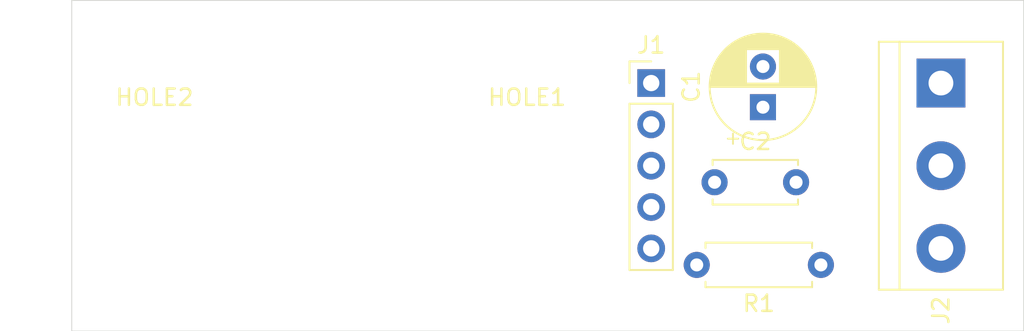
<source format=kicad_pcb>
(kicad_pcb (version 20241229) (generator "pcbnew") (generator_version "9.0")
  (layers (0 "F.Cu" signal) (2 "B.Cu" signal) (13 "F.Paste" user) (15 "B.Paste" user) (5 "F.SilkS" user "F.Silkscreen") (7 "B.SilkS" user "B.Silkscreen") (1 "F.Mask" user) (3 "B.Mask" user) (25 "Edge.Cuts" user))
  (net 0 "")
  (net 1 "GND")
  (net 2 "Net-(J1-Pin_4)")
  (net 3 "Net-(J1-Pin_5)")
  (net 5 "DOUT")
  (net 6 "VCC")
  (footprint "Resistor_THT:R_Axial_DIN0207_L6.3mm_D2.5mm_P7.62mm_Horizontal" (layer "F.Cu") (at 170.434 87.376 180)
    (property "Reference" "R1" (at 3.81 -2.37 0) (layer "F.SilkS"))
    (property "Value" "10k")
    (fp_line (start 7.08 1.37) (end 7.08 1.04) (stroke (width 0.12)) (layer "F.SilkS"))
    (fp_line (start 7.08 -1.37) (end 7.08 -1.04) (stroke (width 0.12)) (layer "F.SilkS"))
    (fp_line (start 0.54 1.37) (end 7.08 1.37) (stroke (width 0.12)) (layer "F.SilkS"))
    (fp_line (start 0.54 1.04) (end 0.54 1.37) (stroke (width 0.12)) (layer "F.SilkS"))
    (fp_line (start 0.54 -1.04) (end 0.54 -1.37) (stroke (width 0.12)) (layer "F.SilkS"))
    (fp_line (start 0.54 -1.37) (end 7.08 -1.37) (stroke (width 0.12)) (layer "F.SilkS"))
    (pad "1" thru_hole circle (at 0 0 180) (size 1.6 1.6) (drill 0.8) (layers "*.Cu" "*.Mask") (net 1 "GND"))
    (pad "2" thru_hole oval (at 7.62 0 180) (size 1.6 1.6) (drill 0.8) (layers "*.Cu" "*.Mask") (net 3 "Net-(J1-Pin_5)"))
  )
  (footprint "MountingHole:MountingHole_3.2mm_M3" (layer "F.Cu") (at 152.4 81.28)
    (property "Reference" "HOLE1" (at 0 -4.2 0) (layer "F.SilkS"))
    (property "Value" "MountingHole_3.2mm_M3")
    (pad "" np_thru_hole circle (at 0 0) (size 3.2 3.2) (drill 3.2) (layers "*.Cu" "*.Mask"))
  )
  (footprint "MountingHole:MountingHole_3.2mm_M3" (layer "F.Cu") (at 129.54 81.28)
    (property "Reference" "HOLE2" (at 0 -4.2 0) (layer "F.SilkS"))
    (property "Value" "MountingHole_3.2mm_M3")
    (pad "" np_thru_hole circle (at 0 0) (size 3.2 3.2) (drill 3.2) (layers "*.Cu" "*.Mask"))
  )
  (footprint "Connector_PinHeader_2.54mm:PinHeader_1x05_P2.54mm_Vertical" (layer "F.Cu") (at 160.02 76.2)
    (property "Reference" "J1" (at 0 -2.33 0) (layer "F.SilkS"))
    (property "Value" "Conn_01x05")
    (fp_line (start -1.33 -1.33) (end 0 -1.33) (stroke (width 0.12)) (layer "F.SilkS"))
    (fp_line (start -1.33 0) (end -1.33 -1.33) (stroke (width 0.12)) (layer "F.SilkS"))
    (fp_line (start -1.33 1.27) (end -1.33 11.49) (stroke (width 0.12)) (layer "F.SilkS"))
    (fp_line (start -1.33 1.27) (end 1.33 1.27) (stroke (width 0.12)) (layer "F.SilkS"))
    (fp_line (start -1.33 11.49) (end 1.33 11.49) (stroke (width 0.12)) (layer "F.SilkS"))
    (fp_line (start 1.33 1.27) (end 1.33 11.49) (stroke (width 0.12)) (layer "F.SilkS"))
    (pad "1" thru_hole rect (at 0 0) (size 1.7 1.7) (drill 1) (layers "*.Cu" "*.Mask"))
    (pad "2" thru_hole oval (at 0 2.54) (size 1.7 1.7) (drill 1) (layers "*.Cu" "*.Mask") (net 1 "GND"))
    (pad "3" thru_hole oval (at 0 5.08) (size 1.7 1.7) (drill 1) (layers "*.Cu" "*.Mask") (net 5 "DOUT"))
    (pad "4" thru_hole oval (at 0 7.62) (size 1.7 1.7) (drill 1) (layers "*.Cu" "*.Mask") (net 2 "Net-(J1-Pin_4)"))
    (pad "5" thru_hole oval (at 0 10.16) (size 1.7 1.7) (drill 1) (layers "*.Cu" "*.Mask") (net 3 "Net-(J1-Pin_5)"))
  )
  (footprint "Capacitor_THT:C_Disc_D5.0mm_W2.5mm_P5.00mm" (layer "F.Cu") (at 163.91 82.296)
    (property "Reference" "C2" (at 2.5 -2.5 0) (layer "F.SilkS"))
    (property "Value" "100nF")
    (fp_line (start -0.12 -1.37) (end -0.12 -1.055) (stroke (width 0.12)) (layer "F.SilkS"))
    (fp_line (start -0.12 -1.37) (end 5.12 -1.37) (stroke (width 0.12)) (layer "F.SilkS"))
    (fp_line (start -0.12 1.055) (end -0.12 1.37) (stroke (width 0.12)) (layer "F.SilkS"))
    (fp_line (start -0.12 1.37) (end 5.12 1.37) (stroke (width 0.12)) (layer "F.SilkS"))
    (fp_line (start 5.12 -1.37) (end 5.12 -1.055) (stroke (width 0.12)) (layer "F.SilkS"))
    (fp_line (start 5.12 1.055) (end 5.12 1.37) (stroke (width 0.12)) (layer "F.SilkS"))
    (pad "1" thru_hole circle (at 0 0) (size 1.6 1.6) (drill 0.8) (layers "*.Cu" "*.Mask") (net 2 "Net-(J1-Pin_4)"))
    (pad "2" thru_hole circle (at 5 0) (size 1.6 1.6) (drill 0.8) (layers "*.Cu" "*.Mask") (net 1 "GND"))
  )
  (footprint "TerminalBlock:TerminalBlock_bornier-3_P5.08mm" (layer "F.Cu") (at 177.8 76.2 -90)
    (property "Reference" "J2" (at 13.97 0 90) (layer "F.SilkS"))
    (property "Value" "Conn_01x03_Pin")
    (fp_line (start -2.54 3.81) (end 12.7 3.81) (stroke (width 0.12)) (layer "F.SilkS"))
    (fp_line (start -2.54 3.81) (end -2.54 -3.81) (stroke (width 0.12)) (layer "F.SilkS"))
    (fp_line (start 12.7 3.81) (end 12.7 -3.81) (stroke (width 0.12)) (layer "F.SilkS"))
    (fp_line (start -2.54 2.54) (end 12.7 2.54) (stroke (width 0.12)) (layer "F.SilkS"))
    (fp_line (start -2.54 -3.81) (end 12.7 -3.81) (stroke (width 0.12)) (layer "F.SilkS"))
    (pad "1" thru_hole rect (at 0 0 270) (size 3 3) (drill 1.52) (layers "*.Cu" "*.Mask") (net 1 "GND"))
    (pad "2" thru_hole circle (at 5.08 0 270) (size 3 3) (drill 1.52) (layers "*.Cu" "*.Mask") (net 5 "DOUT"))
    (pad "3" thru_hole circle (at 10.16 0 270) (size 3 3) (drill 1.52) (layers "*.Cu" "*.Mask") (net 6 "VCC"))
  )
  (footprint "Capacitor_THT:CP_Radial_D6.3mm_P2.50mm" (layer "F.Cu") (at 166.878 77.684 90)
    (property "Reference" "C1" (at 1.25 -4.4 90) (layer "F.SilkS"))
    (property "Value" "47uF")
    (fp_line (start 1.33 -3.23) (end 1.33 3.23) (stroke (width 0.12)) (layer "F.SilkS"))
    (fp_line (start 1.29 -3.23) (end 1.29 3.23) (stroke (width 0.12)) (layer "F.SilkS"))
    (fp_line (start 1.25 -3.23) (end 1.25 3.23) (stroke (width 0.12)) (layer "F.SilkS"))
    (fp_line (start 1.37 -3.228) (end 1.37 3.228) (stroke (width 0.12)) (layer "F.SilkS"))
    (fp_line (start 1.41 -3.227) (end 1.41 3.227) (stroke (width 0.12)) (layer "F.SilkS"))
    (fp_line (start 1.45 -3.224) (end 1.45 3.224) (stroke (width 0.12)) (layer "F.SilkS"))
    (fp_line (start 1.49 -3.222) (end 1.49 -1.04) (stroke (width 0.12)) (layer "F.SilkS"))
    (fp_line (start 1.53 -3.218) (end 1.53 -1.04) (stroke (width 0.12)) (layer "F.SilkS"))
    (fp_line (start 1.57 -3.215) (end 1.57 -1.04) (stroke (width 0.12)) (layer "F.SilkS"))
    (fp_line (start 1.61 -3.211) (end 1.61 -1.04) (stroke (width 0.12)) (layer "F.SilkS"))
    (fp_line (start 1.65 -3.206) (end 1.65 -1.04) (stroke (width 0.12)) (layer "F.SilkS"))
    (fp_line (start 1.69 -3.201) (end 1.69 -1.04) (stroke (width 0.12)) (layer "F.SilkS"))
    (fp_line (start 1.73 -3.195) (end 1.73 -1.04) (stroke (width 0.12)) (layer "F.SilkS"))
    (fp_line (start 1.77 -3.189) (end 1.77 -1.04) (stroke (width 0.12)) (layer "F.SilkS"))
    (fp_line (start 1.81 -3.182) (end 1.81 -1.04) (stroke (width 0.12)) (layer "F.SilkS"))
    (fp_line (start 1.85 -3.175) (end 1.85 -1.04) (stroke (width 0.12)) (layer "F.SilkS"))
    (fp_line (start 1.89 -3.167) (end 1.89 -1.04) (stroke (width 0.12)) (layer "F.SilkS"))
    (fp_line (start 1.93 -3.159) (end 1.93 -1.04) (stroke (width 0.12)) (layer "F.SilkS"))
    (fp_line (start 1.971 -3.15) (end 1.971 -1.04) (stroke (width 0.12)) (layer "F.SilkS"))
    (fp_line (start 2.011 -3.141) (end 2.011 -1.04) (stroke (width 0.12)) (layer "F.SilkS"))
    (fp_line (start 2.051 -3.131) (end 2.051 -1.04) (stroke (width 0.12)) (layer "F.SilkS"))
    (fp_line (start 2.091 -3.121) (end 2.091 -1.04) (stroke (width 0.12)) (layer "F.SilkS"))
    (fp_line (start 2.131 -3.11) (end 2.131 -1.04) (stroke (width 0.12)) (layer "F.SilkS"))
    (fp_line (start 2.171 -3.098) (end 2.171 -1.04) (stroke (width 0.12)) (layer "F.SilkS"))
    (fp_line (start 2.211 -3.086) (end 2.211 -1.04) (stroke (width 0.12)) (layer "F.SilkS"))
    (fp_line (start 2.251 -3.074) (end 2.251 -1.04) (stroke (width 0.12)) (layer "F.SilkS"))
    (fp_line (start 2.291 -3.061) (end 2.291 -1.04) (stroke (width 0.12)) (layer "F.SilkS"))
    (fp_line (start 2.331 -3.047) (end 2.331 -1.04) (stroke (width 0.12)) (layer "F.SilkS"))
    (fp_line (start 2.371 -3.033) (end 2.371 -1.04) (stroke (width 0.12)) (layer "F.SilkS"))
    (fp_line (start 2.411 -3.018) (end 2.411 -1.04) (stroke (width 0.12)) (layer "F.SilkS"))
    (fp_line (start 2.451 -3.002) (end 2.451 -1.04) (stroke (width 0.12)) (layer "F.SilkS"))
    (fp_line (start 2.491 -2.986) (end 2.491 -1.04) (stroke (width 0.12)) (layer "F.SilkS"))
    (fp_line (start 2.531 -2.97) (end 2.531 -1.04) (stroke (width 0.12)) (layer "F.SilkS"))
    (fp_line (start 2.571 -2.952) (end 2.571 -1.04) (stroke (width 0.12)) (layer "F.SilkS"))
    (fp_line (start 2.611 -2.934) (end 2.611 -1.04) (stroke (width 0.12)) (layer "F.SilkS"))
    (fp_line (start 2.651 -2.916) (end 2.651 -1.04) (stroke (width 0.12)) (layer "F.SilkS"))
    (fp_line (start 2.691 -2.896) (end 2.691 -1.04) (stroke (width 0.12)) (layer "F.SilkS"))
    (fp_line (start 2.731 -2.876) (end 2.731 -1.04) (stroke (width 0.12)) (layer "F.SilkS"))
    (fp_line (start 2.771 -2.856) (end 2.771 -1.04) (stroke (width 0.12)) (layer "F.SilkS"))
    (fp_line (start 2.811 -2.834) (end 2.811 -1.04) (stroke (width 0.12)) (layer "F.SilkS"))
    (fp_line (start 2.851 -2.812) (end 2.851 -1.04) (stroke (width 0.12)) (layer "F.SilkS"))
    (fp_line (start 2.891 -2.79) (end 2.891 -1.04) (stroke (width 0.12)) (layer "F.SilkS"))
    (fp_line (start 2.931 -2.766) (end 2.931 -1.04) (stroke (width 0.12)) (layer "F.SilkS"))
    (fp_line (start 2.971 -2.742) (end 2.971 -1.04) (stroke (width 0.12)) (layer "F.SilkS"))
    (fp_line (start 3.011 -2.716) (end 3.011 -1.04) (stroke (width 0.12)) (layer "F.SilkS"))
    (fp_line (start 3.051 -2.69) (end 3.051 -1.04) (stroke (width 0.12)) (layer "F.SilkS"))
    (fp_line (start 3.091 -2.664) (end 3.091 -1.04) (stroke (width 0.12)) (layer "F.SilkS"))
    (fp_line (start 3.131 -2.636) (end 3.131 -1.04) (stroke (width 0.12)) (layer "F.SilkS"))
    (fp_line (start 3.171 -2.607) (end 3.171 -1.04) (stroke (width 0.12)) (layer "F.SilkS"))
    (fp_line (start 3.211 -2.578) (end 3.211 -1.04) (stroke (width 0.12)) (layer "F.SilkS"))
    (fp_line (start 3.251 -2.548) (end 3.251 -1.04) (stroke (width 0.12)) (layer "F.SilkS"))
    (fp_line (start 3.291 -2.516) (end 3.291 -1.04) (stroke (width 0.12)) (layer "F.SilkS"))
    (fp_line (start 3.331 -2.484) (end 3.331 -1.04) (stroke (width 0.12)) (layer "F.SilkS"))
    (fp_line (start 3.371 -2.45) (end 3.371 -1.04) (stroke (width 0.12)) (layer "F.SilkS"))
    (fp_line (start 3.411 -2.416) (end 3.411 -1.04) (stroke (width 0.12)) (layer "F.SilkS"))
    (fp_line (start 3.451 -2.38) (end 3.451 -1.04) (stroke (width 0.12)) (layer "F.SilkS"))
    (fp_line (start 3.491 -2.343) (end 3.491 -1.04) (stroke (width 0.12)) (layer "F.SilkS"))
    (fp_line (start 3.531 -2.305) (end 3.531 -1.04) (stroke (width 0.12)) (layer "F.SilkS"))
    (fp_line (start 3.571 -2.265) (end 3.571 2.265) (stroke (width 0.12)) (layer "F.SilkS"))
    (fp_line (start 3.611 -2.224) (end 3.611 2.224) (stroke (width 0.12)) (layer "F.SilkS"))
    (fp_line (start 3.651 -2.182) (end 3.651 2.182) (stroke (width 0.12)) (layer "F.SilkS"))
    (fp_line (start -1.935241 -2.154) (end -1.935241 -1.524) (stroke (width 0.12)) (layer "F.SilkS"))
    (fp_line (start 3.691 -2.137) (end 3.691 2.137) (stroke (width 0.12)) (layer "F.SilkS"))
    (fp_line (start 3.731 -2.092) (end 3.731 2.092) (stroke (width 0.12)) (layer "F.SilkS"))
    (fp_line (start 3.771 -2.044) (end 3.771 2.044) (stroke (width 0.12)) (layer "F.SilkS"))
    (fp_line (start 3.811 -1.995) (end 3.811 1.995) (stroke (width 0.12)) (layer "F.SilkS"))
    (fp_line (start 3.851 -1.944) (end 3.851 1.944) (stroke (width 0.12)) (layer "F.SilkS"))
    (fp_line (start 3.891 -1.89) (end 3.891 1.89) (stroke (width 0.12)) (layer "F.SilkS"))
    (fp_line (start -2.250241 -1.839) (end -1.620241 -1.839) (stroke (width 0.12)) (layer "F.SilkS"))
    (fp_line (start 3.931 -1.834) (end 3.931 1.834) (stroke (width 0.12)) (layer "F.SilkS"))
    (fp_line (start 3.971 -1.776) (end 3.971 1.776) (stroke (width 0.12)) (layer "F.SilkS"))
    (fp_line (start 4.011 -1.714) (end 4.011 1.714) (stroke (width 0.12)) (layer "F.SilkS"))
    (fp_line (start 4.051 -1.65) (end 4.051 1.65) (stroke (width 0.12)) (layer "F.SilkS"))
    (fp_line (start 4.091 -1.581) (end 4.091 1.581) (stroke (width 0.12)) (layer "F.SilkS"))
    (fp_line (start 4.131 -1.509) (end 4.131 1.509) (stroke (width 0.12)) (layer "F.SilkS"))
    (fp_line (start 4.171 -1.432) (end 4.171 1.432) (stroke (width 0.12)) (layer "F.SilkS"))
    (fp_line (start 4.211 -1.35) (end 4.211 1.35) (stroke (width 0.12)) (layer "F.SilkS"))
    (fp_line (start 4.251 -1.262) (end 4.251 1.262) (stroke (width 0.12)) (layer "F.SilkS"))
    (fp_line (start 4.291 -1.165) (end 4.291 1.165) (stroke (width 0.12)) (layer "F.SilkS"))
    (fp_line (start 4.331 -1.059) (end 4.331 1.059) (stroke (width 0.12)) (layer "F.SilkS"))
    (fp_line (start 4.371 -0.94) (end 4.371 0.94) (stroke (width 0.12)) (layer "F.SilkS"))
    (fp_line (start 4.411 -0.802) (end 4.411 0.802) (stroke (width 0.12)) (layer "F.SilkS"))
    (fp_line (start 4.451 -0.633) (end 4.451 0.633) (stroke (width 0.12)) (layer "F.SilkS"))
    (fp_line (start 4.491 -0.402) (end 4.491 0.402) (stroke (width 0.12)) (layer "F.SilkS"))
    (fp_line (start 3.531 1.04) (end 3.531 2.305) (stroke (width 0.12)) (layer "F.SilkS"))
    (fp_line (start 3.491 1.04) (end 3.491 2.343) (stroke (width 0.12)) (layer "F.SilkS"))
    (fp_line (start 3.451 1.04) (end 3.451 2.38) (stroke (width 0.12)) (layer "F.SilkS"))
    (fp_line (start 3.411 1.04) (end 3.411 2.416) (stroke (width 0.12)) (layer "F.SilkS"))
    (fp_line (start 3.371 1.04) (end 3.371 2.45) (stroke (width 0.12)) (layer "F.SilkS"))
    (fp_line (start 3.331 1.04) (end 3.331 2.484) (stroke (width 0.12)) (layer "F.SilkS"))
    (fp_line (start 3.291 1.04) (end 3.291 2.516) (stroke (width 0.12)) (layer "F.SilkS"))
    (fp_line (start 3.251 1.04) (end 3.251 2.548) (stroke (width 0.12)) (layer "F.SilkS"))
    (fp_line (start 3.211 1.04) (end 3.211 2.578) (stroke (width 0.12)) (layer "F.SilkS"))
    (fp_line (start 3.171 1.04) (end 3.171 2.607) (stroke (width 0.12)) (layer "F.SilkS"))
    (fp_line (start 3.131 1.04) (end 3.131 2.636) (stroke (width 0.12)) (layer "F.SilkS"))
    (fp_line (start 3.091 1.04) (end 3.091 2.664) (stroke (width 0.12)) (layer "F.SilkS"))
    (fp_line (start 3.051 1.04) (end 3.051 2.69) (stroke (width 0.12)) (layer "F.SilkS"))
    (fp_line (start 3.011 1.04) (end 3.011 2.716) (stroke (width 0.12)) (layer "F.SilkS"))
    (fp_line (start 2.971 1.04) (end 2.971 2.742) (stroke (width 0.12)) (layer "F.SilkS"))
    (fp_line (start 2.931 1.04) (end 2.931 2.766) (stroke (width 0.12)) (layer "F.SilkS"))
    (fp_line (start 2.891 1.04) (end 2.891 2.79) (stroke (width 0.12)) (layer "F.SilkS"))
    (fp_line (start 2.851 1.04) (end 2.851 2.812) (stroke (width 0.12)) (layer "F.SilkS"))
    (fp_line (start 2.811 1.04) (end 2.811 2.834) (stroke (width 0.12)) (layer "F.SilkS"))
    (fp_line (start 2.771 1.04) (end 2.771 2.856) (stroke (width 0.12)) (layer "F.SilkS"))
    (fp_line (start 2.731 1.04) (end 2.731 2.876) (stroke (width 0.12)) (layer "F.SilkS"))
    (fp_line (start 2.691 1.04) (end 2.691 2.896) (stroke (width 0.12)) (layer "F.SilkS"))
    (fp_line (start 2.651 1.04) (end 2.651 2.916) (stroke (width 0.12)) (layer "F.SilkS"))
    (fp_line (start 2.611 1.04) (end 2.611 2.934) (stroke (width 0.12)) (layer "F.SilkS"))
    (fp_line (start 2.571 1.04) (end 2.571 2.952) (stroke (width 0.12)) (layer "F.SilkS"))
    (fp_line (start 2.531 1.04) (end 2.531 2.97) (stroke (width 0.12)) (layer "F.SilkS"))
    (fp_line (start 2.491 1.04) (end 2.491 2.986) (stroke (width 0.12)) (layer "F.SilkS"))
    (fp_line (start 2.451 1.04) (end 2.451 3.002) (stroke (width 0.12)) (layer "F.SilkS"))
    (fp_line (start 2.411 1.04) (end 2.411 3.018) (stroke (width 0.12)) (layer "F.SilkS"))
    (fp_line (start 2.371 1.04) (end 2.371 3.033) (stroke (width 0.12)) (layer "F.SilkS"))
    (fp_line (start 2.331 1.04) (end 2.331 3.047) (stroke (width 0.12)) (layer "F.SilkS"))
    (fp_line (start 2.291 1.04) (end 2.291 3.061) (stroke (width 0.12)) (layer "F.SilkS"))
    (fp_line (start 2.251 1.04) (end 2.251 3.074) (stroke (width 0.12)) (layer "F.SilkS"))
    (fp_line (start 2.211 1.04) (end 2.211 3.086) (stroke (width 0.12)) (layer "F.SilkS"))
    (fp_line (start 2.171 1.04) (end 2.171 3.098) (stroke (width 0.12)) (layer "F.SilkS"))
    (fp_line (start 2.131 1.04) (end 2.131 3.11) (stroke (width 0.12)) (layer "F.SilkS"))
    (fp_line (start 2.091 1.04) (end 2.091 3.121) (stroke (width 0.12)) (layer "F.SilkS"))
    (fp_line (start 2.051 1.04) (end 2.051 3.131) (stroke (width 0.12)) (layer "F.SilkS"))
    (fp_line (start 2.011 1.04) (end 2.011 3.141) (stroke (width 0.12)) (layer "F.SilkS"))
    (fp_line (start 1.971 1.04) (end 1.971 3.15) (stroke (width 0.12)) (layer "F.SilkS"))
    (fp_line (start 1.93 1.04) (end 1.93 3.159) (stroke (width 0.12)) (layer "F.SilkS"))
    (fp_line (start 1.89 1.04) (end 1.89 3.167) (stroke (width 0.12)) (layer "F.SilkS"))
    (fp_line (start 1.85 1.04) (end 1.85 3.175) (stroke (width 0.12)) (layer "F.SilkS"))
    (fp_line (start 1.81 1.04) (end 1.81 3.182) (stroke (width 0.12)) (layer "F.SilkS"))
    (fp_line (start 1.77 1.04) (end 1.77 3.189) (stroke (width 0.12)) (layer "F.SilkS"))
    (fp_line (start 1.73 1.04) (end 1.73 3.195) (stroke (width 0.12)) (layer "F.SilkS"))
    (fp_line (start 1.69 1.04) (end 1.69 3.201) (stroke (width 0.12)) (layer "F.SilkS"))
    (fp_line (start 1.65 1.04) (end 1.65 3.206) (stroke (width 0.12)) (layer "F.SilkS"))
    (fp_line (start 1.61 1.04) (end 1.61 3.211) (stroke (width 0.12)) (layer "F.SilkS"))
    (fp_line (start 1.57 1.04) (end 1.57 3.215) (stroke (width 0.12)) (layer "F.SilkS"))
    (fp_line (start 1.53 1.04) (end 1.53 3.218) (stroke (width 0.12)) (layer "F.SilkS"))
    (fp_line (start 1.49 1.04) (end 1.49 3.222) (stroke (width 0.12)) (layer "F.SilkS"))
    (fp_circle (center 1.25 0) (end 4.52 0) (stroke (width 0.12)) (fill no) (layer "F.SilkS"))
    (pad "1" thru_hole rect (at 0 0 90) (size 1.6 1.6) (drill 0.8) (layers "*.Cu" "*.Mask") (net 2 "Net-(J1-Pin_4)"))
    (pad "2" thru_hole circle (at 2.5 0 90) (size 1.6 1.6) (drill 0.8) (layers "*.Cu" "*.Mask") (net 1 "GND"))
  )
  (gr_rect (start 124.46 71.12) (end 182.88 91.44) (stroke (width 0.05)) (fill no) (layer "Edge.Cuts"))
)
</source>
